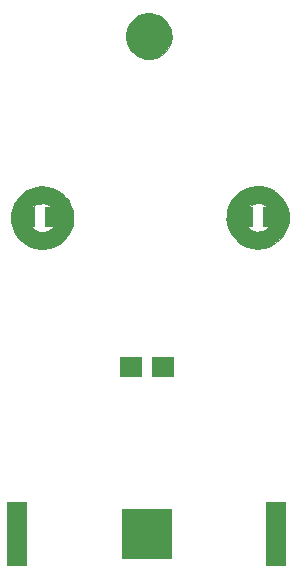
<source format=gbr>
G04 #@! TF.FileFunction,Soldermask,Bot*
%FSLAX46Y46*%
G04 Gerber Fmt 4.6, Leading zero omitted, Abs format (unit mm)*
G04 Created by KiCad (PCBNEW 4.0.7) date 05/01/20 20:11:21*
%MOMM*%
%LPD*%
G01*
G04 APERTURE LIST*
%ADD10C,0.100000*%
%ADD11C,0.010000*%
%ADD12R,4.360000X4.360000*%
%ADD13R,1.670000X5.480000*%
%ADD14R,1.900000X1.700000*%
G04 APERTURE END LIST*
D10*
D11*
G36*
X82426739Y-65114863D02*
X82817917Y-65203448D01*
X83184116Y-65350202D01*
X83524098Y-65554612D01*
X83836623Y-65816165D01*
X83880043Y-65859267D01*
X84035876Y-66026090D01*
X84159764Y-66182538D01*
X84267384Y-66351043D01*
X84374413Y-66554038D01*
X84394658Y-66595625D01*
X84484199Y-66793485D01*
X84548514Y-66970323D01*
X84591385Y-67144276D01*
X84616591Y-67333484D01*
X84627916Y-67556085D01*
X84629625Y-67722750D01*
X84625142Y-67975915D01*
X84609175Y-68184188D01*
X84577942Y-68365708D01*
X84527660Y-68538613D01*
X84454550Y-68721041D01*
X84394658Y-68849875D01*
X84286085Y-69061388D01*
X84179720Y-69234406D01*
X84059887Y-69391362D01*
X83910907Y-69554688D01*
X83880043Y-69586232D01*
X83586484Y-69844576D01*
X83264530Y-70050870D01*
X82906656Y-70209359D01*
X82618868Y-70297187D01*
X82440939Y-70329389D01*
X82222203Y-70348931D01*
X81984121Y-70355588D01*
X81748159Y-70349137D01*
X81535777Y-70329356D01*
X81422334Y-70309639D01*
X81042720Y-70194340D01*
X80687100Y-70022736D01*
X80361112Y-69799305D01*
X80070392Y-69528532D01*
X79820576Y-69214897D01*
X79626474Y-68881736D01*
X79508947Y-68612937D01*
X79429882Y-68355242D01*
X79384333Y-68086563D01*
X79367354Y-67784811D01*
X79366950Y-67722750D01*
X79371236Y-67613427D01*
X80791075Y-67613427D01*
X80794677Y-67857523D01*
X80801462Y-67899537D01*
X80882360Y-68181145D01*
X81013147Y-68423963D01*
X81192613Y-68626467D01*
X81419549Y-68787133D01*
X81560085Y-68855403D01*
X81657102Y-68892353D01*
X81745905Y-68913896D01*
X81847909Y-68922922D01*
X81984532Y-68922324D01*
X82042000Y-68920466D01*
X82204072Y-68911213D01*
X82324829Y-68894252D01*
X82426371Y-68865165D01*
X82519463Y-68825032D01*
X82728405Y-68692758D01*
X82915376Y-68512862D01*
X83065169Y-68300861D01*
X83101822Y-68230750D01*
X83149605Y-68124843D01*
X83179038Y-68035642D01*
X83194467Y-67940857D01*
X83200239Y-67818196D01*
X83200875Y-67722750D01*
X83198734Y-67572393D01*
X83189433Y-67463080D01*
X83168650Y-67372415D01*
X83132067Y-67278006D01*
X83102876Y-67214750D01*
X82965626Y-66992078D01*
X82783897Y-66797603D01*
X82572729Y-66646707D01*
X82520626Y-66619315D01*
X82432366Y-66579244D01*
X82352517Y-66553720D01*
X82262252Y-66539535D01*
X82142742Y-66533478D01*
X82010250Y-66532327D01*
X81851579Y-66534050D01*
X81737143Y-66541562D01*
X81647731Y-66558036D01*
X81564133Y-66586646D01*
X81494763Y-66617474D01*
X81276843Y-66751510D01*
X81091801Y-66928689D01*
X80945350Y-67138444D01*
X80843204Y-67370212D01*
X80791075Y-67613427D01*
X79371236Y-67613427D01*
X79379122Y-67412335D01*
X79418937Y-67139137D01*
X79491340Y-66881065D01*
X79601277Y-66616031D01*
X79626474Y-66563763D01*
X79835318Y-66204609D01*
X80086044Y-65893050D01*
X80380011Y-65627790D01*
X80718579Y-65407534D01*
X80968138Y-65285752D01*
X81260396Y-65179877D01*
X81560387Y-65114843D01*
X81888258Y-65086773D01*
X82011822Y-65084962D01*
X82426739Y-65114863D01*
X82426739Y-65114863D01*
G37*
X82426739Y-65114863D02*
X82817917Y-65203448D01*
X83184116Y-65350202D01*
X83524098Y-65554612D01*
X83836623Y-65816165D01*
X83880043Y-65859267D01*
X84035876Y-66026090D01*
X84159764Y-66182538D01*
X84267384Y-66351043D01*
X84374413Y-66554038D01*
X84394658Y-66595625D01*
X84484199Y-66793485D01*
X84548514Y-66970323D01*
X84591385Y-67144276D01*
X84616591Y-67333484D01*
X84627916Y-67556085D01*
X84629625Y-67722750D01*
X84625142Y-67975915D01*
X84609175Y-68184188D01*
X84577942Y-68365708D01*
X84527660Y-68538613D01*
X84454550Y-68721041D01*
X84394658Y-68849875D01*
X84286085Y-69061388D01*
X84179720Y-69234406D01*
X84059887Y-69391362D01*
X83910907Y-69554688D01*
X83880043Y-69586232D01*
X83586484Y-69844576D01*
X83264530Y-70050870D01*
X82906656Y-70209359D01*
X82618868Y-70297187D01*
X82440939Y-70329389D01*
X82222203Y-70348931D01*
X81984121Y-70355588D01*
X81748159Y-70349137D01*
X81535777Y-70329356D01*
X81422334Y-70309639D01*
X81042720Y-70194340D01*
X80687100Y-70022736D01*
X80361112Y-69799305D01*
X80070392Y-69528532D01*
X79820576Y-69214897D01*
X79626474Y-68881736D01*
X79508947Y-68612937D01*
X79429882Y-68355242D01*
X79384333Y-68086563D01*
X79367354Y-67784811D01*
X79366950Y-67722750D01*
X79371236Y-67613427D01*
X80791075Y-67613427D01*
X80794677Y-67857523D01*
X80801462Y-67899537D01*
X80882360Y-68181145D01*
X81013147Y-68423963D01*
X81192613Y-68626467D01*
X81419549Y-68787133D01*
X81560085Y-68855403D01*
X81657102Y-68892353D01*
X81745905Y-68913896D01*
X81847909Y-68922922D01*
X81984532Y-68922324D01*
X82042000Y-68920466D01*
X82204072Y-68911213D01*
X82324829Y-68894252D01*
X82426371Y-68865165D01*
X82519463Y-68825032D01*
X82728405Y-68692758D01*
X82915376Y-68512862D01*
X83065169Y-68300861D01*
X83101822Y-68230750D01*
X83149605Y-68124843D01*
X83179038Y-68035642D01*
X83194467Y-67940857D01*
X83200239Y-67818196D01*
X83200875Y-67722750D01*
X83198734Y-67572393D01*
X83189433Y-67463080D01*
X83168650Y-67372415D01*
X83132067Y-67278006D01*
X83102876Y-67214750D01*
X82965626Y-66992078D01*
X82783897Y-66797603D01*
X82572729Y-66646707D01*
X82520626Y-66619315D01*
X82432366Y-66579244D01*
X82352517Y-66553720D01*
X82262252Y-66539535D01*
X82142742Y-66533478D01*
X82010250Y-66532327D01*
X81851579Y-66534050D01*
X81737143Y-66541562D01*
X81647731Y-66558036D01*
X81564133Y-66586646D01*
X81494763Y-66617474D01*
X81276843Y-66751510D01*
X81091801Y-66928689D01*
X80945350Y-67138444D01*
X80843204Y-67370212D01*
X80791075Y-67613427D01*
X79371236Y-67613427D01*
X79379122Y-67412335D01*
X79418937Y-67139137D01*
X79491340Y-66881065D01*
X79601277Y-66616031D01*
X79626474Y-66563763D01*
X79835318Y-66204609D01*
X80086044Y-65893050D01*
X80380011Y-65627790D01*
X80718579Y-65407534D01*
X80968138Y-65285752D01*
X81260396Y-65179877D01*
X81560387Y-65114843D01*
X81888258Y-65086773D01*
X82011822Y-65084962D01*
X82426739Y-65114863D01*
G36*
X100495016Y-65069553D02*
X100877923Y-65131555D01*
X101245852Y-65247021D01*
X101589548Y-65415625D01*
X101655036Y-65455995D01*
X101979219Y-65699083D01*
X102259346Y-65982562D01*
X102492423Y-66300249D01*
X102675453Y-66645956D01*
X102805440Y-67013498D01*
X102879387Y-67396689D01*
X102894300Y-67789343D01*
X102879146Y-67983344D01*
X102808002Y-68375084D01*
X102688354Y-68731317D01*
X102516145Y-69060359D01*
X102287319Y-69370524D01*
X102108000Y-69564250D01*
X101806983Y-69830763D01*
X101493469Y-70038067D01*
X101159260Y-70190305D01*
X100796160Y-70291622D01*
X100605515Y-70323893D01*
X100353568Y-70349674D01*
X100127894Y-70350826D01*
X99895985Y-70326740D01*
X99786475Y-70308512D01*
X99386033Y-70205173D01*
X99015521Y-70046940D01*
X98678595Y-69836561D01*
X98378915Y-69576783D01*
X98120138Y-69270353D01*
X97905923Y-68920019D01*
X97886572Y-68881625D01*
X97778109Y-68646902D01*
X97701876Y-68439605D01*
X97651618Y-68236650D01*
X97621081Y-68014956D01*
X97609346Y-67858646D01*
X97611815Y-67691000D01*
X99045265Y-67691000D01*
X99046739Y-67840498D01*
X99055392Y-67949006D01*
X99075550Y-68038968D01*
X99111545Y-68132829D01*
X99144177Y-68203802D01*
X99290341Y-68443564D01*
X99475936Y-68637399D01*
X99693644Y-68782352D01*
X99936146Y-68875470D01*
X100196124Y-68913797D01*
X100466259Y-68894380D01*
X100697220Y-68830706D01*
X100872527Y-68739104D01*
X101046876Y-68602258D01*
X101203874Y-68436517D01*
X101327128Y-68258233D01*
X101378325Y-68151375D01*
X101440480Y-67922061D01*
X101459300Y-67678810D01*
X101435010Y-67441976D01*
X101368263Y-67232843D01*
X101219674Y-66979650D01*
X101034226Y-66776420D01*
X100815695Y-66625456D01*
X100567857Y-66529060D01*
X100294488Y-66489534D01*
X100152410Y-66491621D01*
X99897417Y-66538809D01*
X99657820Y-66642763D01*
X99442840Y-66797049D01*
X99261702Y-66995232D01*
X99138564Y-67198875D01*
X99093672Y-67299131D01*
X99066028Y-67387504D01*
X99051496Y-67485806D01*
X99045940Y-67615852D01*
X99045265Y-67691000D01*
X97611815Y-67691000D01*
X97615464Y-67443290D01*
X97681313Y-67045173D01*
X97804430Y-66668720D01*
X97982351Y-66318354D01*
X98212615Y-65998500D01*
X98492759Y-65713583D01*
X98820318Y-65468027D01*
X98998728Y-65362684D01*
X99348987Y-65207580D01*
X99721292Y-65107240D01*
X100106387Y-65061340D01*
X100495016Y-65069553D01*
X100495016Y-65069553D01*
G37*
X100495016Y-65069553D02*
X100877923Y-65131555D01*
X101245852Y-65247021D01*
X101589548Y-65415625D01*
X101655036Y-65455995D01*
X101979219Y-65699083D01*
X102259346Y-65982562D01*
X102492423Y-66300249D01*
X102675453Y-66645956D01*
X102805440Y-67013498D01*
X102879387Y-67396689D01*
X102894300Y-67789343D01*
X102879146Y-67983344D01*
X102808002Y-68375084D01*
X102688354Y-68731317D01*
X102516145Y-69060359D01*
X102287319Y-69370524D01*
X102108000Y-69564250D01*
X101806983Y-69830763D01*
X101493469Y-70038067D01*
X101159260Y-70190305D01*
X100796160Y-70291622D01*
X100605515Y-70323893D01*
X100353568Y-70349674D01*
X100127894Y-70350826D01*
X99895985Y-70326740D01*
X99786475Y-70308512D01*
X99386033Y-70205173D01*
X99015521Y-70046940D01*
X98678595Y-69836561D01*
X98378915Y-69576783D01*
X98120138Y-69270353D01*
X97905923Y-68920019D01*
X97886572Y-68881625D01*
X97778109Y-68646902D01*
X97701876Y-68439605D01*
X97651618Y-68236650D01*
X97621081Y-68014956D01*
X97609346Y-67858646D01*
X97611815Y-67691000D01*
X99045265Y-67691000D01*
X99046739Y-67840498D01*
X99055392Y-67949006D01*
X99075550Y-68038968D01*
X99111545Y-68132829D01*
X99144177Y-68203802D01*
X99290341Y-68443564D01*
X99475936Y-68637399D01*
X99693644Y-68782352D01*
X99936146Y-68875470D01*
X100196124Y-68913797D01*
X100466259Y-68894380D01*
X100697220Y-68830706D01*
X100872527Y-68739104D01*
X101046876Y-68602258D01*
X101203874Y-68436517D01*
X101327128Y-68258233D01*
X101378325Y-68151375D01*
X101440480Y-67922061D01*
X101459300Y-67678810D01*
X101435010Y-67441976D01*
X101368263Y-67232843D01*
X101219674Y-66979650D01*
X101034226Y-66776420D01*
X100815695Y-66625456D01*
X100567857Y-66529060D01*
X100294488Y-66489534D01*
X100152410Y-66491621D01*
X99897417Y-66538809D01*
X99657820Y-66642763D01*
X99442840Y-66797049D01*
X99261702Y-66995232D01*
X99138564Y-67198875D01*
X99093672Y-67299131D01*
X99066028Y-67387504D01*
X99051496Y-67485806D01*
X99045940Y-67615852D01*
X99045265Y-67691000D01*
X97611815Y-67691000D01*
X97615464Y-67443290D01*
X97681313Y-67045173D01*
X97804430Y-66668720D01*
X97982351Y-66318354D01*
X98212615Y-65998500D01*
X98492759Y-65713583D01*
X98820318Y-65468027D01*
X98998728Y-65362684D01*
X99348987Y-65207580D01*
X99721292Y-65107240D01*
X100106387Y-65061340D01*
X100495016Y-65069553D01*
G36*
X91442264Y-50471478D02*
X91740783Y-50561886D01*
X92021967Y-50700024D01*
X92279063Y-50884776D01*
X92505320Y-51115030D01*
X92693987Y-51389671D01*
X92753209Y-51502927D01*
X92880531Y-51819573D01*
X92949754Y-52126914D01*
X92962461Y-52437330D01*
X92920236Y-52763198D01*
X92916678Y-52780275D01*
X92818278Y-53095816D01*
X92665102Y-53388460D01*
X92463777Y-53651500D01*
X92220928Y-53878226D01*
X91943182Y-54061931D01*
X91637165Y-54195907D01*
X91471750Y-54243066D01*
X91333747Y-54266480D01*
X91166237Y-54281853D01*
X90992563Y-54288285D01*
X90836069Y-54284872D01*
X90725625Y-54271909D01*
X90362507Y-54169556D01*
X90044369Y-54022698D01*
X89770067Y-53830478D01*
X89538458Y-53592039D01*
X89348402Y-53306525D01*
X89291819Y-53196007D01*
X89169528Y-52869722D01*
X89107531Y-52535815D01*
X89104633Y-52201337D01*
X89159639Y-51873340D01*
X89271353Y-51558874D01*
X89438580Y-51264988D01*
X89660124Y-50998735D01*
X89665171Y-50993671D01*
X89925926Y-50774328D01*
X90209854Y-50609394D01*
X90510203Y-50497755D01*
X90820222Y-50438299D01*
X91133159Y-50429911D01*
X91442264Y-50471478D01*
X91442264Y-50471478D01*
G37*
X91442264Y-50471478D02*
X91740783Y-50561886D01*
X92021967Y-50700024D01*
X92279063Y-50884776D01*
X92505320Y-51115030D01*
X92693987Y-51389671D01*
X92753209Y-51502927D01*
X92880531Y-51819573D01*
X92949754Y-52126914D01*
X92962461Y-52437330D01*
X92920236Y-52763198D01*
X92916678Y-52780275D01*
X92818278Y-53095816D01*
X92665102Y-53388460D01*
X92463777Y-53651500D01*
X92220928Y-53878226D01*
X91943182Y-54061931D01*
X91637165Y-54195907D01*
X91471750Y-54243066D01*
X91333747Y-54266480D01*
X91166237Y-54281853D01*
X90992563Y-54288285D01*
X90836069Y-54284872D01*
X90725625Y-54271909D01*
X90362507Y-54169556D01*
X90044369Y-54022698D01*
X89770067Y-53830478D01*
X89538458Y-53592039D01*
X89348402Y-53306525D01*
X89291819Y-53196007D01*
X89169528Y-52869722D01*
X89107531Y-52535815D01*
X89104633Y-52201337D01*
X89159639Y-51873340D01*
X89271353Y-51558874D01*
X89438580Y-51264988D01*
X89660124Y-50998735D01*
X89665171Y-50993671D01*
X89925926Y-50774328D01*
X90209854Y-50609394D01*
X90510203Y-50497755D01*
X90820222Y-50438299D01*
X91133159Y-50429911D01*
X91442264Y-50471478D01*
D12*
X90850000Y-94500000D03*
D13*
X79865000Y-94500000D03*
X101835000Y-94500000D03*
D14*
X80500000Y-67700000D03*
X83200000Y-67700000D03*
X98900000Y-67650000D03*
X101600000Y-67650000D03*
X89550000Y-80350000D03*
X92250000Y-80350000D03*
M02*

</source>
